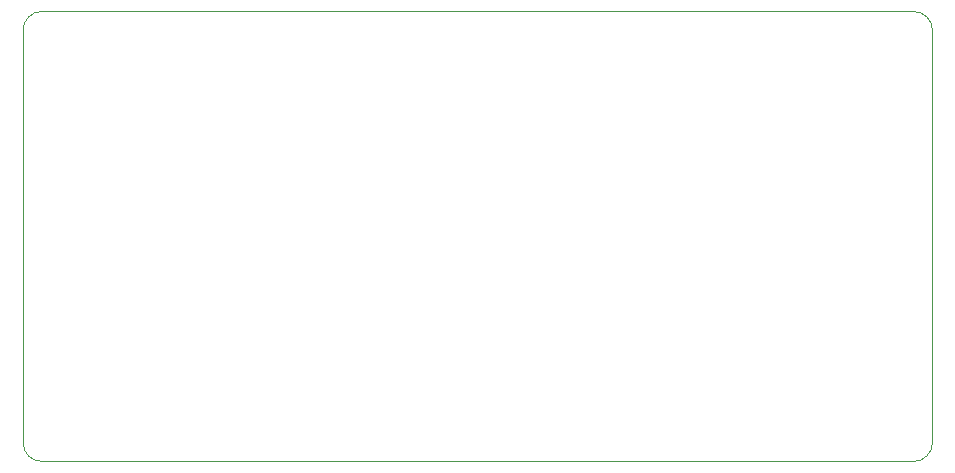
<source format=gm1>
%TF.GenerationSoftware,KiCad,Pcbnew,(5.1.10)-1*%
%TF.CreationDate,2021-09-07T16:31:46+07:00*%
%TF.ProjectId,trialkb,74726961-6c6b-4622-9e6b-696361645f70,rev?*%
%TF.SameCoordinates,Original*%
%TF.FileFunction,Profile,NP*%
%FSLAX46Y46*%
G04 Gerber Fmt 4.6, Leading zero omitted, Abs format (unit mm)*
G04 Created by KiCad (PCBNEW (5.1.10)-1) date 2021-09-07 16:31:46*
%MOMM*%
%LPD*%
G01*
G04 APERTURE LIST*
%TA.AperFunction,Profile*%
%ADD10C,0.050000*%
%TD*%
G04 APERTURE END LIST*
D10*
X24606250Y-82550000D02*
X24606250Y-76993750D01*
X28575000Y-84137500D02*
X26193750Y-84137500D01*
X26193750Y-84137500D02*
G75*
G02*
X24606250Y-82550000I0J1587500D01*
G01*
X65087500Y-84137500D02*
X28575000Y-84137500D01*
X24606250Y-47625000D02*
X24606250Y-76993750D01*
X24606250Y-47625000D02*
G75*
G02*
X26193750Y-46037500I1587500J0D01*
G01*
X65087500Y-46037500D02*
X26193750Y-46037500D01*
X100012500Y-46037500D02*
X65087500Y-46037500D01*
X100012500Y-84137500D02*
X65087500Y-84137500D01*
X101600000Y-47625000D02*
X101600000Y-82550000D01*
X101600000Y-82550000D02*
G75*
G02*
X100012500Y-84137500I-1587500J0D01*
G01*
X100012500Y-46037500D02*
G75*
G02*
X101600000Y-47625000I0J-1587500D01*
G01*
M02*

</source>
